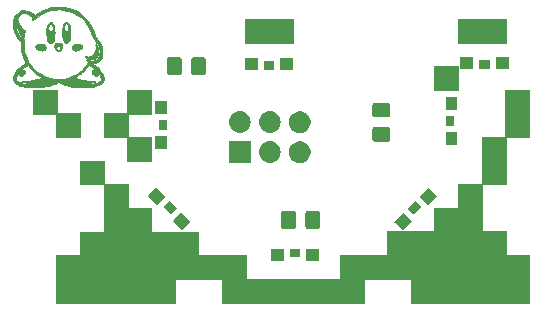
<source format=gbr>
G04 #@! TF.GenerationSoftware,KiCad,Pcbnew,5.1.2-f72e74a~84~ubuntu16.04.1*
G04 #@! TF.CreationDate,2019-07-01T21:57:51-07:00*
G04 #@! TF.ProjectId,Kirby_SAO,4b697262-795f-4534-914f-2e6b69636164,rev?*
G04 #@! TF.SameCoordinates,Original*
G04 #@! TF.FileFunction,Soldermask,Bot*
G04 #@! TF.FilePolarity,Negative*
%FSLAX46Y46*%
G04 Gerber Fmt 4.6, Leading zero omitted, Abs format (unit mm)*
G04 Created by KiCad (PCBNEW 5.1.2-f72e74a~84~ubuntu16.04.1) date 2019-07-01 21:57:51*
%MOMM*%
%LPD*%
G04 APERTURE LIST*
%ADD10C,0.010000*%
%ADD11C,0.100000*%
G04 APERTURE END LIST*
D10*
G36*
X77718156Y-96148336D02*
G01*
X77739125Y-96189625D01*
X77765392Y-96254887D01*
X77773540Y-96277426D01*
X77869294Y-96496021D01*
X77990314Y-96681075D01*
X78136339Y-96832238D01*
X78243886Y-96911733D01*
X78306499Y-96956661D01*
X78334599Y-96990373D01*
X78335113Y-97013145D01*
X78325137Y-97047187D01*
X78308920Y-97112367D01*
X78288947Y-97198400D01*
X78273195Y-97269500D01*
X78240244Y-97410693D01*
X78209939Y-97512090D01*
X78179695Y-97575903D01*
X78146929Y-97604345D01*
X78109054Y-97599628D01*
X78063488Y-97563965D01*
X78007644Y-97499569D01*
X78006348Y-97497932D01*
X77886635Y-97318340D01*
X77786620Y-97111577D01*
X77711207Y-96890132D01*
X77665298Y-96666497D01*
X77659161Y-96613334D01*
X77656480Y-96538493D01*
X77659619Y-96445967D01*
X77667382Y-96347761D01*
X77678571Y-96255881D01*
X77691991Y-96182333D01*
X77706429Y-96139147D01*
X77718156Y-96148336D01*
X77718156Y-96148336D01*
G37*
X77718156Y-96148336D02*
X77739125Y-96189625D01*
X77765392Y-96254887D01*
X77773540Y-96277426D01*
X77869294Y-96496021D01*
X77990314Y-96681075D01*
X78136339Y-96832238D01*
X78243886Y-96911733D01*
X78306499Y-96956661D01*
X78334599Y-96990373D01*
X78335113Y-97013145D01*
X78325137Y-97047187D01*
X78308920Y-97112367D01*
X78288947Y-97198400D01*
X78273195Y-97269500D01*
X78240244Y-97410693D01*
X78209939Y-97512090D01*
X78179695Y-97575903D01*
X78146929Y-97604345D01*
X78109054Y-97599628D01*
X78063488Y-97563965D01*
X78007644Y-97499569D01*
X78006348Y-97497932D01*
X77886635Y-97318340D01*
X77786620Y-97111577D01*
X77711207Y-96890132D01*
X77665298Y-96666497D01*
X77659161Y-96613334D01*
X77656480Y-96538493D01*
X77659619Y-96445967D01*
X77667382Y-96347761D01*
X77678571Y-96255881D01*
X77691991Y-96182333D01*
X77706429Y-96139147D01*
X77718156Y-96148336D01*
G36*
X81929082Y-96290396D02*
G01*
X82000522Y-96340052D01*
X82063343Y-96427335D01*
X82078212Y-96455367D01*
X82117029Y-96560922D01*
X82146508Y-96699095D01*
X82166685Y-96861223D01*
X82177598Y-97038640D01*
X82179282Y-97222683D01*
X82171773Y-97404688D01*
X82155108Y-97575990D01*
X82129323Y-97727925D01*
X82094453Y-97851830D01*
X82072161Y-97903446D01*
X82005561Y-98001570D01*
X81927329Y-98062395D01*
X81840928Y-98084336D01*
X81749823Y-98065812D01*
X81733485Y-98058207D01*
X81659023Y-98002329D01*
X81598918Y-97916102D01*
X81552635Y-97797551D01*
X81519641Y-97644702D01*
X81499400Y-97455580D01*
X81491378Y-97228209D01*
X81491224Y-97163667D01*
X81494966Y-96966212D01*
X81505449Y-96804119D01*
X81517431Y-96716961D01*
X81666324Y-96716961D01*
X81675800Y-96854785D01*
X81703825Y-96957489D01*
X81749793Y-97023952D01*
X81813097Y-97053051D01*
X81847978Y-97053569D01*
X81896962Y-97039015D01*
X81936580Y-96999843D01*
X81959836Y-96962584D01*
X81993579Y-96875700D01*
X82009067Y-96774875D01*
X82007778Y-96669424D01*
X81991190Y-96568666D01*
X81960780Y-96481919D01*
X81918025Y-96418500D01*
X81868843Y-96388714D01*
X81796447Y-96388543D01*
X81738720Y-96426412D01*
X81696978Y-96500189D01*
X81672537Y-96607741D01*
X81666324Y-96716961D01*
X81517431Y-96716961D01*
X81523779Y-96670792D01*
X81551066Y-96559636D01*
X81588417Y-96464054D01*
X81618227Y-96407820D01*
X81669405Y-96334194D01*
X81723669Y-96293176D01*
X81795076Y-96276483D01*
X81844231Y-96274667D01*
X81929082Y-96290396D01*
X81929082Y-96290396D01*
G37*
X81929082Y-96290396D02*
X82000522Y-96340052D01*
X82063343Y-96427335D01*
X82078212Y-96455367D01*
X82117029Y-96560922D01*
X82146508Y-96699095D01*
X82166685Y-96861223D01*
X82177598Y-97038640D01*
X82179282Y-97222683D01*
X82171773Y-97404688D01*
X82155108Y-97575990D01*
X82129323Y-97727925D01*
X82094453Y-97851830D01*
X82072161Y-97903446D01*
X82005561Y-98001570D01*
X81927329Y-98062395D01*
X81840928Y-98084336D01*
X81749823Y-98065812D01*
X81733485Y-98058207D01*
X81659023Y-98002329D01*
X81598918Y-97916102D01*
X81552635Y-97797551D01*
X81519641Y-97644702D01*
X81499400Y-97455580D01*
X81491378Y-97228209D01*
X81491224Y-97163667D01*
X81494966Y-96966212D01*
X81505449Y-96804119D01*
X81517431Y-96716961D01*
X81666324Y-96716961D01*
X81675800Y-96854785D01*
X81703825Y-96957489D01*
X81749793Y-97023952D01*
X81813097Y-97053051D01*
X81847978Y-97053569D01*
X81896962Y-97039015D01*
X81936580Y-96999843D01*
X81959836Y-96962584D01*
X81993579Y-96875700D01*
X82009067Y-96774875D01*
X82007778Y-96669424D01*
X81991190Y-96568666D01*
X81960780Y-96481919D01*
X81918025Y-96418500D01*
X81868843Y-96388714D01*
X81796447Y-96388543D01*
X81738720Y-96426412D01*
X81696978Y-96500189D01*
X81672537Y-96607741D01*
X81666324Y-96716961D01*
X81517431Y-96716961D01*
X81523779Y-96670792D01*
X81551066Y-96559636D01*
X81588417Y-96464054D01*
X81618227Y-96407820D01*
X81669405Y-96334194D01*
X81723669Y-96293176D01*
X81795076Y-96276483D01*
X81844231Y-96274667D01*
X81929082Y-96290396D01*
G36*
X80580532Y-96288455D02*
G01*
X80661926Y-96344440D01*
X80728466Y-96439245D01*
X80780500Y-96573310D01*
X80805694Y-96676660D01*
X80817776Y-96764208D01*
X80826405Y-96883396D01*
X80831580Y-97023673D01*
X80833302Y-97174485D01*
X80831570Y-97325281D01*
X80826384Y-97465508D01*
X80817744Y-97584615D01*
X80805694Y-97671840D01*
X80763621Y-97823230D01*
X80706264Y-97942624D01*
X80635712Y-98027745D01*
X80554052Y-98076313D01*
X80463373Y-98086049D01*
X80431416Y-98080249D01*
X80351258Y-98038533D01*
X80283565Y-97957784D01*
X80228834Y-97839579D01*
X80187563Y-97685490D01*
X80160248Y-97497093D01*
X80147388Y-97275963D01*
X80146405Y-97177680D01*
X80154327Y-96929726D01*
X80176800Y-96721442D01*
X80178900Y-96711881D01*
X80315597Y-96711881D01*
X80321567Y-96822195D01*
X80344689Y-96922142D01*
X80384739Y-97000595D01*
X80414985Y-97031375D01*
X80476893Y-97055689D01*
X80541919Y-97047810D01*
X80578210Y-97024433D01*
X80619862Y-96972531D01*
X80646438Y-96909578D01*
X80663032Y-96822031D01*
X80666827Y-96788934D01*
X80669081Y-96671848D01*
X80652732Y-96568584D01*
X80621185Y-96483772D01*
X80577846Y-96422044D01*
X80526121Y-96388029D01*
X80469415Y-96386359D01*
X80411136Y-96421664D01*
X80402850Y-96430027D01*
X80356015Y-96504669D01*
X80327005Y-96602329D01*
X80315597Y-96711881D01*
X80178900Y-96711881D01*
X80213858Y-96552731D01*
X80265538Y-96423497D01*
X80331877Y-96333642D01*
X80412910Y-96283069D01*
X80483934Y-96270850D01*
X80580532Y-96288455D01*
X80580532Y-96288455D01*
G37*
X80580532Y-96288455D02*
X80661926Y-96344440D01*
X80728466Y-96439245D01*
X80780500Y-96573310D01*
X80805694Y-96676660D01*
X80817776Y-96764208D01*
X80826405Y-96883396D01*
X80831580Y-97023673D01*
X80833302Y-97174485D01*
X80831570Y-97325281D01*
X80826384Y-97465508D01*
X80817744Y-97584615D01*
X80805694Y-97671840D01*
X80763621Y-97823230D01*
X80706264Y-97942624D01*
X80635712Y-98027745D01*
X80554052Y-98076313D01*
X80463373Y-98086049D01*
X80431416Y-98080249D01*
X80351258Y-98038533D01*
X80283565Y-97957784D01*
X80228834Y-97839579D01*
X80187563Y-97685490D01*
X80160248Y-97497093D01*
X80147388Y-97275963D01*
X80146405Y-97177680D01*
X80154327Y-96929726D01*
X80176800Y-96721442D01*
X80178900Y-96711881D01*
X80315597Y-96711881D01*
X80321567Y-96822195D01*
X80344689Y-96922142D01*
X80384739Y-97000595D01*
X80414985Y-97031375D01*
X80476893Y-97055689D01*
X80541919Y-97047810D01*
X80578210Y-97024433D01*
X80619862Y-96972531D01*
X80646438Y-96909578D01*
X80663032Y-96822031D01*
X80666827Y-96788934D01*
X80669081Y-96671848D01*
X80652732Y-96568584D01*
X80621185Y-96483772D01*
X80577846Y-96422044D01*
X80526121Y-96388029D01*
X80469415Y-96386359D01*
X80411136Y-96421664D01*
X80402850Y-96430027D01*
X80356015Y-96504669D01*
X80327005Y-96602329D01*
X80315597Y-96711881D01*
X80178900Y-96711881D01*
X80213858Y-96552731D01*
X80265538Y-96423497D01*
X80331877Y-96333642D01*
X80412910Y-96283069D01*
X80483934Y-96270850D01*
X80580532Y-96288455D01*
G36*
X82862889Y-98107104D02*
G01*
X82972185Y-98130578D01*
X83064772Y-98176501D01*
X83133036Y-98245842D01*
X83148547Y-98273234D01*
X83165379Y-98353201D01*
X83145538Y-98436232D01*
X83093637Y-98516044D01*
X83014292Y-98586355D01*
X82912117Y-98640881D01*
X82867033Y-98656525D01*
X82744418Y-98680846D01*
X82615616Y-98685863D01*
X82496494Y-98671892D01*
X82419477Y-98647554D01*
X82338610Y-98592364D01*
X82288351Y-98518538D01*
X82273156Y-98434670D01*
X82282613Y-98383436D01*
X82332268Y-98292562D01*
X82410898Y-98218324D01*
X82510889Y-98161690D01*
X82624628Y-98123629D01*
X82744499Y-98105111D01*
X82862889Y-98107104D01*
X82862889Y-98107104D01*
G37*
X82862889Y-98107104D02*
X82972185Y-98130578D01*
X83064772Y-98176501D01*
X83133036Y-98245842D01*
X83148547Y-98273234D01*
X83165379Y-98353201D01*
X83145538Y-98436232D01*
X83093637Y-98516044D01*
X83014292Y-98586355D01*
X82912117Y-98640881D01*
X82867033Y-98656525D01*
X82744418Y-98680846D01*
X82615616Y-98685863D01*
X82496494Y-98671892D01*
X82419477Y-98647554D01*
X82338610Y-98592364D01*
X82288351Y-98518538D01*
X82273156Y-98434670D01*
X82282613Y-98383436D01*
X82332268Y-98292562D01*
X82410898Y-98218324D01*
X82510889Y-98161690D01*
X82624628Y-98123629D01*
X82744499Y-98105111D01*
X82862889Y-98107104D01*
G36*
X79707790Y-98116581D02*
G01*
X79834666Y-98151695D01*
X79886789Y-98173544D01*
X79988190Y-98236724D01*
X80057601Y-98312991D01*
X80094328Y-98396057D01*
X80097678Y-98479638D01*
X80066958Y-98557447D01*
X80001475Y-98623198D01*
X79940042Y-98656450D01*
X79862829Y-98676066D01*
X79761628Y-98685103D01*
X79653461Y-98683482D01*
X79555352Y-98671124D01*
X79508174Y-98658445D01*
X79376638Y-98597990D01*
X79284558Y-98524198D01*
X79230838Y-98435868D01*
X79214333Y-98337377D01*
X79233277Y-98256866D01*
X79285918Y-98191799D01*
X79365974Y-98143706D01*
X79467161Y-98114118D01*
X79583194Y-98104566D01*
X79707790Y-98116581D01*
X79707790Y-98116581D01*
G37*
X79707790Y-98116581D02*
X79834666Y-98151695D01*
X79886789Y-98173544D01*
X79988190Y-98236724D01*
X80057601Y-98312991D01*
X80094328Y-98396057D01*
X80097678Y-98479638D01*
X80066958Y-98557447D01*
X80001475Y-98623198D01*
X79940042Y-98656450D01*
X79862829Y-98676066D01*
X79761628Y-98685103D01*
X79653461Y-98683482D01*
X79555352Y-98671124D01*
X79508174Y-98658445D01*
X79376638Y-98597990D01*
X79284558Y-98524198D01*
X79230838Y-98435868D01*
X79214333Y-98337377D01*
X79233277Y-98256866D01*
X79285918Y-98191799D01*
X79365974Y-98143706D01*
X79467161Y-98114118D01*
X79583194Y-98104566D01*
X79707790Y-98116581D01*
G36*
X81293571Y-98020766D02*
G01*
X81391791Y-98053274D01*
X81456989Y-98109670D01*
X81491238Y-98191768D01*
X81496610Y-98301381D01*
X81496401Y-98304372D01*
X81472161Y-98438452D01*
X81422894Y-98553539D01*
X81353014Y-98644114D01*
X81266940Y-98704657D01*
X81169088Y-98729650D01*
X81155751Y-98730000D01*
X81101085Y-98724873D01*
X81055015Y-98704364D01*
X81002655Y-98660785D01*
X80981307Y-98639878D01*
X80906724Y-98544052D01*
X80861385Y-98447680D01*
X80980359Y-98447680D01*
X81000834Y-98493140D01*
X81051506Y-98563230D01*
X81114133Y-98609925D01*
X81168493Y-98624167D01*
X81206396Y-98609925D01*
X81256670Y-98573876D01*
X81280200Y-98552200D01*
X81335152Y-98484914D01*
X81350648Y-98430750D01*
X81326608Y-98387286D01*
X81273798Y-98356429D01*
X81182132Y-98334851D01*
X81092488Y-98342403D01*
X81019305Y-98377378D01*
X81007512Y-98387914D01*
X80981968Y-98418609D01*
X80980359Y-98447680D01*
X80861385Y-98447680D01*
X80854844Y-98433777D01*
X80828400Y-98319788D01*
X80830126Y-98212818D01*
X80853817Y-98139137D01*
X80911068Y-98073631D01*
X81001759Y-98030549D01*
X81122590Y-98011276D01*
X81160253Y-98010334D01*
X81293571Y-98020766D01*
X81293571Y-98020766D01*
G37*
X81293571Y-98020766D02*
X81391791Y-98053274D01*
X81456989Y-98109670D01*
X81491238Y-98191768D01*
X81496610Y-98301381D01*
X81496401Y-98304372D01*
X81472161Y-98438452D01*
X81422894Y-98553539D01*
X81353014Y-98644114D01*
X81266940Y-98704657D01*
X81169088Y-98729650D01*
X81155751Y-98730000D01*
X81101085Y-98724873D01*
X81055015Y-98704364D01*
X81002655Y-98660785D01*
X80981307Y-98639878D01*
X80906724Y-98544052D01*
X80861385Y-98447680D01*
X80980359Y-98447680D01*
X81000834Y-98493140D01*
X81051506Y-98563230D01*
X81114133Y-98609925D01*
X81168493Y-98624167D01*
X81206396Y-98609925D01*
X81256670Y-98573876D01*
X81280200Y-98552200D01*
X81335152Y-98484914D01*
X81350648Y-98430750D01*
X81326608Y-98387286D01*
X81273798Y-98356429D01*
X81182132Y-98334851D01*
X81092488Y-98342403D01*
X81019305Y-98377378D01*
X81007512Y-98387914D01*
X80981968Y-98418609D01*
X80980359Y-98447680D01*
X80861385Y-98447680D01*
X80854844Y-98433777D01*
X80828400Y-98319788D01*
X80830126Y-98212818D01*
X80853817Y-98139137D01*
X80911068Y-98073631D01*
X81001759Y-98030549D01*
X81122590Y-98011276D01*
X81160253Y-98010334D01*
X81293571Y-98020766D01*
G36*
X84331606Y-98074764D02*
G01*
X84359925Y-98120088D01*
X84399391Y-98205241D01*
X84421330Y-98257016D01*
X84497798Y-98479943D01*
X84536060Y-98688924D01*
X84536067Y-98882852D01*
X84497766Y-99060618D01*
X84461902Y-99147937D01*
X84399871Y-99254405D01*
X84327916Y-99331982D01*
X84239071Y-99384297D01*
X84126372Y-99414977D01*
X83982853Y-99427648D01*
X83923175Y-99428500D01*
X83824223Y-99426975D01*
X83753545Y-99420628D01*
X83697136Y-99406803D01*
X83640994Y-99382842D01*
X83616368Y-99370292D01*
X83534674Y-99320374D01*
X83475810Y-99270581D01*
X83441613Y-99225727D01*
X83433918Y-99190626D01*
X83454561Y-99170092D01*
X83505379Y-99168939D01*
X83542708Y-99177144D01*
X83688442Y-99196951D01*
X83829395Y-99177387D01*
X83961004Y-99121414D01*
X84078711Y-99031994D01*
X84177955Y-98912089D01*
X84254175Y-98764661D01*
X84276644Y-98700449D01*
X84296156Y-98631248D01*
X84308049Y-98569279D01*
X84313257Y-98502283D01*
X84312714Y-98418000D01*
X84307355Y-98304171D01*
X84307139Y-98300336D01*
X84302201Y-98182052D01*
X84303878Y-98105316D01*
X84313302Y-98069696D01*
X84331606Y-98074764D01*
X84331606Y-98074764D01*
G37*
X84331606Y-98074764D02*
X84359925Y-98120088D01*
X84399391Y-98205241D01*
X84421330Y-98257016D01*
X84497798Y-98479943D01*
X84536060Y-98688924D01*
X84536067Y-98882852D01*
X84497766Y-99060618D01*
X84461902Y-99147937D01*
X84399871Y-99254405D01*
X84327916Y-99331982D01*
X84239071Y-99384297D01*
X84126372Y-99414977D01*
X83982853Y-99427648D01*
X83923175Y-99428500D01*
X83824223Y-99426975D01*
X83753545Y-99420628D01*
X83697136Y-99406803D01*
X83640994Y-99382842D01*
X83616368Y-99370292D01*
X83534674Y-99320374D01*
X83475810Y-99270581D01*
X83441613Y-99225727D01*
X83433918Y-99190626D01*
X83454561Y-99170092D01*
X83505379Y-99168939D01*
X83542708Y-99177144D01*
X83688442Y-99196951D01*
X83829395Y-99177387D01*
X83961004Y-99121414D01*
X84078711Y-99031994D01*
X84177955Y-98912089D01*
X84254175Y-98764661D01*
X84276644Y-98700449D01*
X84296156Y-98631248D01*
X84308049Y-98569279D01*
X84313257Y-98502283D01*
X84312714Y-98418000D01*
X84307355Y-98304171D01*
X84307139Y-98300336D01*
X84302201Y-98182052D01*
X84303878Y-98105316D01*
X84313302Y-98069696D01*
X84331606Y-98074764D01*
G36*
X84251392Y-100348531D02*
G01*
X84317757Y-100371584D01*
X84384361Y-100422357D01*
X84439686Y-100494451D01*
X84479974Y-100577662D01*
X84501464Y-100661787D01*
X84500398Y-100736621D01*
X84473015Y-100791960D01*
X84472738Y-100792238D01*
X84420442Y-100818641D01*
X84345308Y-100826474D01*
X84262177Y-100816463D01*
X84185891Y-100789332D01*
X84165494Y-100777249D01*
X84095595Y-100714097D01*
X84042478Y-100635262D01*
X84009254Y-100550493D01*
X83999035Y-100469540D01*
X84014931Y-100402154D01*
X84036708Y-100373697D01*
X84091315Y-100347945D01*
X84168308Y-100339515D01*
X84251392Y-100348531D01*
X84251392Y-100348531D01*
G37*
X84251392Y-100348531D02*
X84317757Y-100371584D01*
X84384361Y-100422357D01*
X84439686Y-100494451D01*
X84479974Y-100577662D01*
X84501464Y-100661787D01*
X84500398Y-100736621D01*
X84473015Y-100791960D01*
X84472738Y-100792238D01*
X84420442Y-100818641D01*
X84345308Y-100826474D01*
X84262177Y-100816463D01*
X84185891Y-100789332D01*
X84165494Y-100777249D01*
X84095595Y-100714097D01*
X84042478Y-100635262D01*
X84009254Y-100550493D01*
X83999035Y-100469540D01*
X84014931Y-100402154D01*
X84036708Y-100373697D01*
X84091315Y-100347945D01*
X84168308Y-100339515D01*
X84251392Y-100348531D01*
G36*
X78249856Y-100345185D02*
G01*
X78272306Y-100352137D01*
X78315671Y-100388295D01*
X78332458Y-100447358D01*
X78325029Y-100521330D01*
X78295744Y-100602217D01*
X78246965Y-100682024D01*
X78181053Y-100752758D01*
X78146015Y-100779784D01*
X78068178Y-100815089D01*
X77983195Y-100825865D01*
X77905845Y-100811939D01*
X77859666Y-100783167D01*
X77826207Y-100722050D01*
X77822706Y-100643987D01*
X77846135Y-100558562D01*
X77893467Y-100475363D01*
X77961673Y-100403976D01*
X77984827Y-100386918D01*
X78064510Y-100352394D01*
X78160028Y-100337615D01*
X78249856Y-100345185D01*
X78249856Y-100345185D01*
G37*
X78249856Y-100345185D02*
X78272306Y-100352137D01*
X78315671Y-100388295D01*
X78332458Y-100447358D01*
X78325029Y-100521330D01*
X78295744Y-100602217D01*
X78246965Y-100682024D01*
X78181053Y-100752758D01*
X78146015Y-100779784D01*
X78068178Y-100815089D01*
X77983195Y-100825865D01*
X77905845Y-100811939D01*
X77859666Y-100783167D01*
X77826207Y-100722050D01*
X77822706Y-100643987D01*
X77846135Y-100558562D01*
X77893467Y-100475363D01*
X77961673Y-100403976D01*
X77984827Y-100386918D01*
X78064510Y-100352394D01*
X78160028Y-100337615D01*
X78249856Y-100345185D01*
G36*
X119028833Y-98010334D02*
G01*
X115007166Y-98010334D01*
X115007166Y-95999500D01*
X119028833Y-95999500D01*
X119028833Y-98010334D01*
X119028833Y-98010334D01*
G37*
X119028833Y-98010334D02*
X115007166Y-98010334D01*
X115007166Y-95999500D01*
X119028833Y-95999500D01*
X119028833Y-98010334D01*
G36*
X101016000Y-98010334D02*
G01*
X96994333Y-98010334D01*
X96994333Y-95999500D01*
X101016000Y-95999500D01*
X101016000Y-98010334D01*
X101016000Y-98010334D01*
G37*
X101016000Y-98010334D02*
X96994333Y-98010334D01*
X96994333Y-95999500D01*
X101016000Y-95999500D01*
X101016000Y-98010334D01*
G36*
X81161666Y-94994310D02*
G01*
X81352651Y-94995535D01*
X81510573Y-94999948D01*
X81644666Y-95008948D01*
X81764163Y-95023933D01*
X81878298Y-95046299D01*
X81996303Y-95077444D01*
X82127412Y-95118768D01*
X82241166Y-95157724D01*
X82565502Y-95293160D01*
X82871620Y-95464883D01*
X83156631Y-95669747D01*
X83417647Y-95904605D01*
X83651780Y-96166312D01*
X83856142Y-96451722D01*
X84027845Y-96757690D01*
X84164000Y-97081070D01*
X84242060Y-97337067D01*
X84278262Y-97442705D01*
X84330426Y-97525712D01*
X84356459Y-97555250D01*
X84530322Y-97765304D01*
X84674151Y-97994566D01*
X84783069Y-98234643D01*
X84823799Y-98359238D01*
X84868569Y-98578317D01*
X84880853Y-98797848D01*
X84861698Y-99011102D01*
X84812149Y-99211349D01*
X84733250Y-99391860D01*
X84642455Y-99526509D01*
X84546102Y-99615949D01*
X84421887Y-99689708D01*
X84283277Y-99741261D01*
X84153036Y-99763574D01*
X84018192Y-99772161D01*
X84192937Y-99891372D01*
X84385913Y-100038480D01*
X84561913Y-100203066D01*
X84714883Y-100378208D01*
X84838769Y-100556985D01*
X84926544Y-100730073D01*
X84966814Y-100860513D01*
X84987824Y-100998519D01*
X84988632Y-101130330D01*
X84968291Y-101242186D01*
X84962767Y-101257953D01*
X84909424Y-101350956D01*
X84824408Y-101444074D01*
X84717310Y-101527978D01*
X84636785Y-101574998D01*
X84475545Y-101641003D01*
X84279082Y-101695213D01*
X84052866Y-101737498D01*
X83802369Y-101767728D01*
X83533061Y-101785772D01*
X83250415Y-101791499D01*
X82959902Y-101784779D01*
X82666992Y-101765481D01*
X82377157Y-101733473D01*
X82095868Y-101688627D01*
X81870750Y-101641070D01*
X81707469Y-101597972D01*
X81575449Y-101552532D01*
X81463674Y-101500207D01*
X81371751Y-101443058D01*
X82499421Y-101443058D01*
X82508320Y-101461147D01*
X82517089Y-101470151D01*
X82556611Y-101488144D01*
X82632331Y-101503473D01*
X82738194Y-101516048D01*
X82868144Y-101525773D01*
X83016123Y-101532556D01*
X83176076Y-101536305D01*
X83341946Y-101536927D01*
X83507677Y-101534327D01*
X83667213Y-101528414D01*
X83814497Y-101519094D01*
X83943472Y-101506275D01*
X84029750Y-101493374D01*
X84241952Y-101447686D01*
X84414328Y-101394795D01*
X84548901Y-101333880D01*
X84647696Y-101264121D01*
X84681366Y-101229214D01*
X84729099Y-101155881D01*
X84750582Y-101076155D01*
X84745310Y-100984074D01*
X84712777Y-100873674D01*
X84652478Y-100738992D01*
X84637283Y-100709084D01*
X84570289Y-100602770D01*
X84475156Y-100483645D01*
X84360348Y-100360165D01*
X84234330Y-100240788D01*
X84105565Y-100133970D01*
X83982518Y-100048169D01*
X83965559Y-100037918D01*
X83887645Y-99992666D01*
X83821107Y-99955466D01*
X83776034Y-99931896D01*
X83765166Y-99927125D01*
X83731522Y-99937073D01*
X83686237Y-99983703D01*
X83671280Y-100003887D01*
X83608562Y-100083463D01*
X83521488Y-100181522D01*
X83418421Y-100289690D01*
X83307726Y-100399591D01*
X83197768Y-100502851D01*
X83096911Y-100591093D01*
X83037542Y-100638437D01*
X82939873Y-100708743D01*
X82829948Y-100782831D01*
X82727528Y-100847497D01*
X82701909Y-100862685D01*
X82630976Y-100906489D01*
X82579001Y-100943631D01*
X82553210Y-100968674D01*
X82552504Y-100975070D01*
X82587088Y-100994287D01*
X82654442Y-101020999D01*
X82746233Y-101052578D01*
X82854126Y-101086392D01*
X82969787Y-101119810D01*
X83084881Y-101150204D01*
X83174164Y-101171282D01*
X83387302Y-101213882D01*
X83597383Y-101246312D01*
X83819613Y-101270573D01*
X84061500Y-101288219D01*
X84170482Y-101294827D01*
X84241603Y-101300096D01*
X84279261Y-101305155D01*
X84287857Y-101311135D01*
X84271789Y-101319168D01*
X84235458Y-101330383D01*
X84230833Y-101331737D01*
X84164369Y-101350652D01*
X84101398Y-101366911D01*
X84038130Y-101380752D01*
X83970777Y-101392415D01*
X83895549Y-101402136D01*
X83808657Y-101410156D01*
X83706311Y-101416712D01*
X83584723Y-101422043D01*
X83440104Y-101426387D01*
X83268664Y-101429983D01*
X83066615Y-101433069D01*
X82830166Y-101435884D01*
X82555530Y-101438667D01*
X82527672Y-101438935D01*
X82499421Y-101443058D01*
X81371751Y-101443058D01*
X81361130Y-101436455D01*
X81342618Y-101423282D01*
X81243597Y-101365014D01*
X81156795Y-101344911D01*
X81076791Y-101362653D01*
X81013963Y-101403945D01*
X80895572Y-101484695D01*
X80742976Y-101555908D01*
X80554587Y-101618047D01*
X80328819Y-101671578D01*
X80064085Y-101716965D01*
X79849333Y-101744761D01*
X79694776Y-101759448D01*
X79516174Y-101771390D01*
X79323742Y-101780331D01*
X79127694Y-101786018D01*
X78938247Y-101788194D01*
X78765615Y-101786606D01*
X78620014Y-101780998D01*
X78563207Y-101776847D01*
X78337255Y-101749850D01*
X78124604Y-101711013D01*
X77931273Y-101662055D01*
X77763278Y-101604694D01*
X77626636Y-101540648D01*
X77544002Y-101485802D01*
X77437544Y-101375351D01*
X77368601Y-101247024D01*
X77337278Y-101102757D01*
X77338922Y-101062078D01*
X77569883Y-101062078D01*
X77589421Y-101140770D01*
X77602698Y-101172970D01*
X77628832Y-101224947D01*
X77659371Y-101262756D01*
X77704982Y-101295645D01*
X77776336Y-101332862D01*
X77800535Y-101344442D01*
X78004182Y-101423513D01*
X78240134Y-101482579D01*
X78509484Y-101521759D01*
X78813326Y-101541172D01*
X79152752Y-101540935D01*
X79471117Y-101525301D01*
X79603502Y-101513600D01*
X79708308Y-101498892D01*
X79781793Y-101482024D01*
X79820217Y-101463840D01*
X79820960Y-101446238D01*
X79797887Y-101443432D01*
X79737699Y-101440641D01*
X79645613Y-101437982D01*
X79526848Y-101435572D01*
X79386620Y-101433526D01*
X79230147Y-101431961D01*
X79157689Y-101431456D01*
X78969084Y-101430076D01*
X78816673Y-101428222D01*
X78694314Y-101425526D01*
X78595868Y-101421621D01*
X78515194Y-101416141D01*
X78446152Y-101408718D01*
X78382602Y-101398986D01*
X78318404Y-101386578D01*
X78284209Y-101379270D01*
X78190174Y-101357836D01*
X78109970Y-101337864D01*
X78053686Y-101321965D01*
X78033403Y-101314377D01*
X78041910Y-101307261D01*
X78086190Y-101299389D01*
X78159712Y-101291574D01*
X78255944Y-101284627D01*
X78286193Y-101282941D01*
X78664995Y-101252090D01*
X79014116Y-101200091D01*
X79341288Y-101125605D01*
X79542416Y-101065619D01*
X79650466Y-101030155D01*
X79720464Y-101003831D01*
X79754250Y-100981622D01*
X79753666Y-100958506D01*
X79720553Y-100929457D01*
X79656752Y-100889452D01*
X79615945Y-100864990D01*
X79303141Y-100653486D01*
X79016043Y-100411362D01*
X78759521Y-100142843D01*
X78698085Y-100068792D01*
X78643678Y-100002077D01*
X78599877Y-99950017D01*
X78572887Y-99919903D01*
X78567499Y-99915334D01*
X78541329Y-99926316D01*
X78489260Y-99955478D01*
X78420364Y-99997138D01*
X78343711Y-100045617D01*
X78268372Y-100095234D01*
X78203418Y-100140310D01*
X78177166Y-100159756D01*
X78090891Y-100231584D01*
X77993299Y-100321738D01*
X77896790Y-100418022D01*
X77813762Y-100508245D01*
X77774526Y-100555746D01*
X77720995Y-100635741D01*
X77667261Y-100733937D01*
X77620017Y-100836196D01*
X77585959Y-100928380D01*
X77573368Y-100980531D01*
X77569883Y-101062078D01*
X77338922Y-101062078D01*
X77343678Y-100944483D01*
X77387905Y-100774139D01*
X77470063Y-100593660D01*
X77493862Y-100551724D01*
X77580506Y-100425504D01*
X77695731Y-100288845D01*
X77830535Y-100150795D01*
X77975915Y-100020399D01*
X78122869Y-99906702D01*
X78163619Y-99878728D01*
X78246530Y-99823673D01*
X78315494Y-99778089D01*
X78363522Y-99746580D01*
X78383629Y-99733748D01*
X78383764Y-99733683D01*
X78377623Y-99714952D01*
X78356700Y-99666082D01*
X78324527Y-99595104D01*
X78295210Y-99532347D01*
X78175683Y-99249435D01*
X78087694Y-98969547D01*
X78028308Y-98680690D01*
X77994593Y-98370865D01*
X77989512Y-98282079D01*
X77974792Y-97971741D01*
X77879409Y-97869329D01*
X77691553Y-97637682D01*
X77539235Y-97385260D01*
X77424737Y-97115953D01*
X77408928Y-97067916D01*
X77345727Y-96814688D01*
X77316000Y-96566316D01*
X77317793Y-96428042D01*
X77551339Y-96428042D01*
X77561656Y-96663943D01*
X77607850Y-96902205D01*
X77688896Y-97138087D01*
X77803771Y-97366851D01*
X77951448Y-97583756D01*
X78002194Y-97646042D01*
X78052940Y-97703914D01*
X78084926Y-97733101D01*
X78105529Y-97738217D01*
X78122124Y-97723879D01*
X78123537Y-97721978D01*
X78160956Y-97697201D01*
X78184689Y-97699313D01*
X78197978Y-97709176D01*
X78207451Y-97731070D01*
X78213729Y-97771186D01*
X78217436Y-97835717D01*
X78219194Y-97930853D01*
X78219624Y-98046711D01*
X78226845Y-98318805D01*
X78249279Y-98562008D01*
X78288412Y-98787474D01*
X78345728Y-99006356D01*
X78348611Y-99015750D01*
X78469463Y-99337902D01*
X78626026Y-99641452D01*
X78815360Y-99923732D01*
X79034528Y-100182078D01*
X79280590Y-100413823D01*
X79550609Y-100616303D01*
X79841646Y-100786850D01*
X80150763Y-100922799D01*
X80475022Y-101021485D01*
X80586039Y-101045654D01*
X80684831Y-101064839D01*
X80760622Y-101078301D01*
X80825158Y-101087142D01*
X80890186Y-101092464D01*
X80967453Y-101095372D01*
X81068706Y-101096966D01*
X81140500Y-101097699D01*
X81282020Y-101096099D01*
X81424658Y-101089296D01*
X81551958Y-101078263D01*
X81617381Y-101069496D01*
X81873276Y-101017280D01*
X82113800Y-100944305D01*
X82355679Y-100845113D01*
X82463416Y-100793467D01*
X82582813Y-100730492D01*
X82707565Y-100658747D01*
X82823311Y-100586830D01*
X82915686Y-100523341D01*
X82919899Y-100520192D01*
X83059320Y-100405985D01*
X83205488Y-100269864D01*
X83348106Y-100122542D01*
X83476875Y-99974732D01*
X83581496Y-99837150D01*
X83593672Y-99819252D01*
X83703971Y-99654340D01*
X83629591Y-99611832D01*
X83565888Y-99565467D01*
X83539538Y-99521948D01*
X83552509Y-99484524D01*
X83552512Y-99484521D01*
X83585424Y-99476657D01*
X83654209Y-99484365D01*
X83738414Y-99502368D01*
X83926665Y-99535874D01*
X84089348Y-99539182D01*
X84230715Y-99512140D01*
X84305167Y-99482221D01*
X84425105Y-99401288D01*
X84519225Y-99291670D01*
X84587803Y-99158017D01*
X84631116Y-99004979D01*
X84649441Y-98837206D01*
X84643053Y-98659348D01*
X84612229Y-98476054D01*
X84557246Y-98291974D01*
X84478380Y-98111758D01*
X84375907Y-97940056D01*
X84250104Y-97781517D01*
X84201013Y-97730395D01*
X84134689Y-97662628D01*
X84090953Y-97608928D01*
X84061263Y-97554672D01*
X84037080Y-97485235D01*
X84018211Y-97417360D01*
X83908746Y-97087393D01*
X83763010Y-96775245D01*
X83583704Y-96483624D01*
X83373531Y-96215243D01*
X83135193Y-95972811D01*
X82871393Y-95759038D01*
X82584832Y-95576637D01*
X82278213Y-95428317D01*
X81954238Y-95316789D01*
X81913083Y-95305682D01*
X81573148Y-95238122D01*
X81227785Y-95211019D01*
X80882087Y-95224216D01*
X80541147Y-95277557D01*
X80252763Y-95356367D01*
X80054239Y-95429472D01*
X79865430Y-95515425D01*
X79678775Y-95618666D01*
X79486710Y-95743633D01*
X79281675Y-95894767D01*
X79130216Y-96015375D01*
X79052539Y-96070495D01*
X78988018Y-96100293D01*
X78941884Y-96103528D01*
X78919367Y-96078953D01*
X78918000Y-96065855D01*
X78930602Y-96021795D01*
X78960333Y-95972558D01*
X78989649Y-95931243D01*
X79002631Y-95904944D01*
X79002666Y-95904304D01*
X78985360Y-95877261D01*
X78938583Y-95835190D01*
X78870044Y-95783302D01*
X78787455Y-95726808D01*
X78698526Y-95670920D01*
X78610967Y-95620847D01*
X78532489Y-95581802D01*
X78513377Y-95573630D01*
X78379158Y-95535726D01*
X78237086Y-95524421D01*
X78101516Y-95539729D01*
X78003255Y-95573119D01*
X77898431Y-95641908D01*
X77796550Y-95740562D01*
X77708021Y-95857277D01*
X77643253Y-95980250D01*
X77642437Y-95982278D01*
X77577924Y-96199240D01*
X77551339Y-96428042D01*
X77317793Y-96428042D01*
X77319103Y-96327078D01*
X77354389Y-96101251D01*
X77421214Y-95893115D01*
X77518933Y-95706946D01*
X77636704Y-95557553D01*
X77784005Y-95428980D01*
X77942101Y-95341250D01*
X78111955Y-95294032D01*
X78294526Y-95286994D01*
X78388666Y-95298071D01*
X78514402Y-95325994D01*
X78638431Y-95369569D01*
X78768042Y-95432425D01*
X78910521Y-95518189D01*
X79073155Y-95630490D01*
X79109489Y-95657004D01*
X79132233Y-95667942D01*
X79160025Y-95664509D01*
X79201340Y-95643169D01*
X79264651Y-95600384D01*
X79292022Y-95580808D01*
X79567236Y-95401447D01*
X79851716Y-95254861D01*
X80155718Y-95136268D01*
X80404317Y-95062394D01*
X80487780Y-95040733D01*
X80557130Y-95024219D01*
X80620098Y-95012156D01*
X80684414Y-95003850D01*
X80757808Y-94998605D01*
X80848009Y-94995727D01*
X80962749Y-94994521D01*
X81109758Y-94994292D01*
X81161666Y-94994310D01*
X81161666Y-94994310D01*
G37*
X81161666Y-94994310D02*
X81352651Y-94995535D01*
X81510573Y-94999948D01*
X81644666Y-95008948D01*
X81764163Y-95023933D01*
X81878298Y-95046299D01*
X81996303Y-95077444D01*
X82127412Y-95118768D01*
X82241166Y-95157724D01*
X82565502Y-95293160D01*
X82871620Y-95464883D01*
X83156631Y-95669747D01*
X83417647Y-95904605D01*
X83651780Y-96166312D01*
X83856142Y-96451722D01*
X84027845Y-96757690D01*
X84164000Y-97081070D01*
X84242060Y-97337067D01*
X84278262Y-97442705D01*
X84330426Y-97525712D01*
X84356459Y-97555250D01*
X84530322Y-97765304D01*
X84674151Y-97994566D01*
X84783069Y-98234643D01*
X84823799Y-98359238D01*
X84868569Y-98578317D01*
X84880853Y-98797848D01*
X84861698Y-99011102D01*
X84812149Y-99211349D01*
X84733250Y-99391860D01*
X84642455Y-99526509D01*
X84546102Y-99615949D01*
X84421887Y-99689708D01*
X84283277Y-99741261D01*
X84153036Y-99763574D01*
X84018192Y-99772161D01*
X84192937Y-99891372D01*
X84385913Y-100038480D01*
X84561913Y-100203066D01*
X84714883Y-100378208D01*
X84838769Y-100556985D01*
X84926544Y-100730073D01*
X84966814Y-100860513D01*
X84987824Y-100998519D01*
X84988632Y-101130330D01*
X84968291Y-101242186D01*
X84962767Y-101257953D01*
X84909424Y-101350956D01*
X84824408Y-101444074D01*
X84717310Y-101527978D01*
X84636785Y-101574998D01*
X84475545Y-101641003D01*
X84279082Y-101695213D01*
X84052866Y-101737498D01*
X83802369Y-101767728D01*
X83533061Y-101785772D01*
X83250415Y-101791499D01*
X82959902Y-101784779D01*
X82666992Y-101765481D01*
X82377157Y-101733473D01*
X82095868Y-101688627D01*
X81870750Y-101641070D01*
X81707469Y-101597972D01*
X81575449Y-101552532D01*
X81463674Y-101500207D01*
X81371751Y-101443058D01*
X82499421Y-101443058D01*
X82508320Y-101461147D01*
X82517089Y-101470151D01*
X82556611Y-101488144D01*
X82632331Y-101503473D01*
X82738194Y-101516048D01*
X82868144Y-101525773D01*
X83016123Y-101532556D01*
X83176076Y-101536305D01*
X83341946Y-101536927D01*
X83507677Y-101534327D01*
X83667213Y-101528414D01*
X83814497Y-101519094D01*
X83943472Y-101506275D01*
X84029750Y-101493374D01*
X84241952Y-101447686D01*
X84414328Y-101394795D01*
X84548901Y-101333880D01*
X84647696Y-101264121D01*
X84681366Y-101229214D01*
X84729099Y-101155881D01*
X84750582Y-101076155D01*
X84745310Y-100984074D01*
X84712777Y-100873674D01*
X84652478Y-100738992D01*
X84637283Y-100709084D01*
X84570289Y-100602770D01*
X84475156Y-100483645D01*
X84360348Y-100360165D01*
X84234330Y-100240788D01*
X84105565Y-100133970D01*
X83982518Y-100048169D01*
X83965559Y-100037918D01*
X83887645Y-99992666D01*
X83821107Y-99955466D01*
X83776034Y-99931896D01*
X83765166Y-99927125D01*
X83731522Y-99937073D01*
X83686237Y-99983703D01*
X83671280Y-100003887D01*
X83608562Y-100083463D01*
X83521488Y-100181522D01*
X83418421Y-100289690D01*
X83307726Y-100399591D01*
X83197768Y-100502851D01*
X83096911Y-100591093D01*
X83037542Y-100638437D01*
X82939873Y-100708743D01*
X82829948Y-100782831D01*
X82727528Y-100847497D01*
X82701909Y-100862685D01*
X82630976Y-100906489D01*
X82579001Y-100943631D01*
X82553210Y-100968674D01*
X82552504Y-100975070D01*
X82587088Y-100994287D01*
X82654442Y-101020999D01*
X82746233Y-101052578D01*
X82854126Y-101086392D01*
X82969787Y-101119810D01*
X83084881Y-101150204D01*
X83174164Y-101171282D01*
X83387302Y-101213882D01*
X83597383Y-101246312D01*
X83819613Y-101270573D01*
X84061500Y-101288219D01*
X84170482Y-101294827D01*
X84241603Y-101300096D01*
X84279261Y-101305155D01*
X84287857Y-101311135D01*
X84271789Y-101319168D01*
X84235458Y-101330383D01*
X84230833Y-101331737D01*
X84164369Y-101350652D01*
X84101398Y-101366911D01*
X84038130Y-101380752D01*
X83970777Y-101392415D01*
X83895549Y-101402136D01*
X83808657Y-101410156D01*
X83706311Y-101416712D01*
X83584723Y-101422043D01*
X83440104Y-101426387D01*
X83268664Y-101429983D01*
X83066615Y-101433069D01*
X82830166Y-101435884D01*
X82555530Y-101438667D01*
X82527672Y-101438935D01*
X82499421Y-101443058D01*
X81371751Y-101443058D01*
X81361130Y-101436455D01*
X81342618Y-101423282D01*
X81243597Y-101365014D01*
X81156795Y-101344911D01*
X81076791Y-101362653D01*
X81013963Y-101403945D01*
X80895572Y-101484695D01*
X80742976Y-101555908D01*
X80554587Y-101618047D01*
X80328819Y-101671578D01*
X80064085Y-101716965D01*
X79849333Y-101744761D01*
X79694776Y-101759448D01*
X79516174Y-101771390D01*
X79323742Y-101780331D01*
X79127694Y-101786018D01*
X78938247Y-101788194D01*
X78765615Y-101786606D01*
X78620014Y-101780998D01*
X78563207Y-101776847D01*
X78337255Y-101749850D01*
X78124604Y-101711013D01*
X77931273Y-101662055D01*
X77763278Y-101604694D01*
X77626636Y-101540648D01*
X77544002Y-101485802D01*
X77437544Y-101375351D01*
X77368601Y-101247024D01*
X77337278Y-101102757D01*
X77338922Y-101062078D01*
X77569883Y-101062078D01*
X77589421Y-101140770D01*
X77602698Y-101172970D01*
X77628832Y-101224947D01*
X77659371Y-101262756D01*
X77704982Y-101295645D01*
X77776336Y-101332862D01*
X77800535Y-101344442D01*
X78004182Y-101423513D01*
X78240134Y-101482579D01*
X78509484Y-101521759D01*
X78813326Y-101541172D01*
X79152752Y-101540935D01*
X79471117Y-101525301D01*
X79603502Y-101513600D01*
X79708308Y-101498892D01*
X79781793Y-101482024D01*
X79820217Y-101463840D01*
X79820960Y-101446238D01*
X79797887Y-101443432D01*
X79737699Y-101440641D01*
X79645613Y-101437982D01*
X79526848Y-101435572D01*
X79386620Y-101433526D01*
X79230147Y-101431961D01*
X79157689Y-101431456D01*
X78969084Y-101430076D01*
X78816673Y-101428222D01*
X78694314Y-101425526D01*
X78595868Y-101421621D01*
X78515194Y-101416141D01*
X78446152Y-101408718D01*
X78382602Y-101398986D01*
X78318404Y-101386578D01*
X78284209Y-101379270D01*
X78190174Y-101357836D01*
X78109970Y-101337864D01*
X78053686Y-101321965D01*
X78033403Y-101314377D01*
X78041910Y-101307261D01*
X78086190Y-101299389D01*
X78159712Y-101291574D01*
X78255944Y-101284627D01*
X78286193Y-101282941D01*
X78664995Y-101252090D01*
X79014116Y-101200091D01*
X79341288Y-101125605D01*
X79542416Y-101065619D01*
X79650466Y-101030155D01*
X79720464Y-101003831D01*
X79754250Y-100981622D01*
X79753666Y-100958506D01*
X79720553Y-100929457D01*
X79656752Y-100889452D01*
X79615945Y-100864990D01*
X79303141Y-100653486D01*
X79016043Y-100411362D01*
X78759521Y-100142843D01*
X78698085Y-100068792D01*
X78643678Y-100002077D01*
X78599877Y-99950017D01*
X78572887Y-99919903D01*
X78567499Y-99915334D01*
X78541329Y-99926316D01*
X78489260Y-99955478D01*
X78420364Y-99997138D01*
X78343711Y-100045617D01*
X78268372Y-100095234D01*
X78203418Y-100140310D01*
X78177166Y-100159756D01*
X78090891Y-100231584D01*
X77993299Y-100321738D01*
X77896790Y-100418022D01*
X77813762Y-100508245D01*
X77774526Y-100555746D01*
X77720995Y-100635741D01*
X77667261Y-100733937D01*
X77620017Y-100836196D01*
X77585959Y-100928380D01*
X77573368Y-100980531D01*
X77569883Y-101062078D01*
X77338922Y-101062078D01*
X77343678Y-100944483D01*
X77387905Y-100774139D01*
X77470063Y-100593660D01*
X77493862Y-100551724D01*
X77580506Y-100425504D01*
X77695731Y-100288845D01*
X77830535Y-100150795D01*
X77975915Y-100020399D01*
X78122869Y-99906702D01*
X78163619Y-99878728D01*
X78246530Y-99823673D01*
X78315494Y-99778089D01*
X78363522Y-99746580D01*
X78383629Y-99733748D01*
X78383764Y-99733683D01*
X78377623Y-99714952D01*
X78356700Y-99666082D01*
X78324527Y-99595104D01*
X78295210Y-99532347D01*
X78175683Y-99249435D01*
X78087694Y-98969547D01*
X78028308Y-98680690D01*
X77994593Y-98370865D01*
X77989512Y-98282079D01*
X77974792Y-97971741D01*
X77879409Y-97869329D01*
X77691553Y-97637682D01*
X77539235Y-97385260D01*
X77424737Y-97115953D01*
X77408928Y-97067916D01*
X77345727Y-96814688D01*
X77316000Y-96566316D01*
X77317793Y-96428042D01*
X77551339Y-96428042D01*
X77561656Y-96663943D01*
X77607850Y-96902205D01*
X77688896Y-97138087D01*
X77803771Y-97366851D01*
X77951448Y-97583756D01*
X78002194Y-97646042D01*
X78052940Y-97703914D01*
X78084926Y-97733101D01*
X78105529Y-97738217D01*
X78122124Y-97723879D01*
X78123537Y-97721978D01*
X78160956Y-97697201D01*
X78184689Y-97699313D01*
X78197978Y-97709176D01*
X78207451Y-97731070D01*
X78213729Y-97771186D01*
X78217436Y-97835717D01*
X78219194Y-97930853D01*
X78219624Y-98046711D01*
X78226845Y-98318805D01*
X78249279Y-98562008D01*
X78288412Y-98787474D01*
X78345728Y-99006356D01*
X78348611Y-99015750D01*
X78469463Y-99337902D01*
X78626026Y-99641452D01*
X78815360Y-99923732D01*
X79034528Y-100182078D01*
X79280590Y-100413823D01*
X79550609Y-100616303D01*
X79841646Y-100786850D01*
X80150763Y-100922799D01*
X80475022Y-101021485D01*
X80586039Y-101045654D01*
X80684831Y-101064839D01*
X80760622Y-101078301D01*
X80825158Y-101087142D01*
X80890186Y-101092464D01*
X80967453Y-101095372D01*
X81068706Y-101096966D01*
X81140500Y-101097699D01*
X81282020Y-101096099D01*
X81424658Y-101089296D01*
X81551958Y-101078263D01*
X81617381Y-101069496D01*
X81873276Y-101017280D01*
X82113800Y-100944305D01*
X82355679Y-100845113D01*
X82463416Y-100793467D01*
X82582813Y-100730492D01*
X82707565Y-100658747D01*
X82823311Y-100586830D01*
X82915686Y-100523341D01*
X82919899Y-100520192D01*
X83059320Y-100405985D01*
X83205488Y-100269864D01*
X83348106Y-100122542D01*
X83476875Y-99974732D01*
X83581496Y-99837150D01*
X83593672Y-99819252D01*
X83703971Y-99654340D01*
X83629591Y-99611832D01*
X83565888Y-99565467D01*
X83539538Y-99521948D01*
X83552509Y-99484524D01*
X83552512Y-99484521D01*
X83585424Y-99476657D01*
X83654209Y-99484365D01*
X83738414Y-99502368D01*
X83926665Y-99535874D01*
X84089348Y-99539182D01*
X84230715Y-99512140D01*
X84305167Y-99482221D01*
X84425105Y-99401288D01*
X84519225Y-99291670D01*
X84587803Y-99158017D01*
X84631116Y-99004979D01*
X84649441Y-98837206D01*
X84643053Y-98659348D01*
X84612229Y-98476054D01*
X84557246Y-98291974D01*
X84478380Y-98111758D01*
X84375907Y-97940056D01*
X84250104Y-97781517D01*
X84201013Y-97730395D01*
X84134689Y-97662628D01*
X84090953Y-97608928D01*
X84061263Y-97554672D01*
X84037080Y-97485235D01*
X84018211Y-97417360D01*
X83908746Y-97087393D01*
X83763010Y-96775245D01*
X83583704Y-96483624D01*
X83373531Y-96215243D01*
X83135193Y-95972811D01*
X82871393Y-95759038D01*
X82584832Y-95576637D01*
X82278213Y-95428317D01*
X81954238Y-95316789D01*
X81913083Y-95305682D01*
X81573148Y-95238122D01*
X81227785Y-95211019D01*
X80882087Y-95224216D01*
X80541147Y-95277557D01*
X80252763Y-95356367D01*
X80054239Y-95429472D01*
X79865430Y-95515425D01*
X79678775Y-95618666D01*
X79486710Y-95743633D01*
X79281675Y-95894767D01*
X79130216Y-96015375D01*
X79052539Y-96070495D01*
X78988018Y-96100293D01*
X78941884Y-96103528D01*
X78919367Y-96078953D01*
X78918000Y-96065855D01*
X78930602Y-96021795D01*
X78960333Y-95972558D01*
X78989649Y-95931243D01*
X79002631Y-95904944D01*
X79002666Y-95904304D01*
X78985360Y-95877261D01*
X78938583Y-95835190D01*
X78870044Y-95783302D01*
X78787455Y-95726808D01*
X78698526Y-95670920D01*
X78610967Y-95620847D01*
X78532489Y-95581802D01*
X78513377Y-95573630D01*
X78379158Y-95535726D01*
X78237086Y-95524421D01*
X78101516Y-95539729D01*
X78003255Y-95573119D01*
X77898431Y-95641908D01*
X77796550Y-95740562D01*
X77708021Y-95857277D01*
X77643253Y-95980250D01*
X77642437Y-95982278D01*
X77577924Y-96199240D01*
X77551339Y-96428042D01*
X77317793Y-96428042D01*
X77319103Y-96327078D01*
X77354389Y-96101251D01*
X77421214Y-95893115D01*
X77518933Y-95706946D01*
X77636704Y-95557553D01*
X77784005Y-95428980D01*
X77942101Y-95341250D01*
X78111955Y-95294032D01*
X78294526Y-95286994D01*
X78388666Y-95298071D01*
X78514402Y-95325994D01*
X78638431Y-95369569D01*
X78768042Y-95432425D01*
X78910521Y-95518189D01*
X79073155Y-95630490D01*
X79109489Y-95657004D01*
X79132233Y-95667942D01*
X79160025Y-95664509D01*
X79201340Y-95643169D01*
X79264651Y-95600384D01*
X79292022Y-95580808D01*
X79567236Y-95401447D01*
X79851716Y-95254861D01*
X80155718Y-95136268D01*
X80404317Y-95062394D01*
X80487780Y-95040733D01*
X80557130Y-95024219D01*
X80620098Y-95012156D01*
X80684414Y-95003850D01*
X80757808Y-94998605D01*
X80848009Y-94995727D01*
X80962749Y-94994521D01*
X81109758Y-94994292D01*
X81161666Y-94994310D01*
G36*
X115028333Y-102010834D02*
G01*
X112996333Y-102010834D01*
X112996333Y-100000000D01*
X115028333Y-100000000D01*
X115028333Y-102010834D01*
X115028333Y-102010834D01*
G37*
X115028333Y-102010834D02*
X112996333Y-102010834D01*
X112996333Y-100000000D01*
X115028333Y-100000000D01*
X115028333Y-102010834D01*
G36*
X81013500Y-104000500D02*
G01*
X83024333Y-104000500D01*
X83024333Y-106011334D01*
X80992333Y-106011334D01*
X80992333Y-104021667D01*
X79002666Y-104021667D01*
X79002666Y-102010834D01*
X81013500Y-102010834D01*
X81013500Y-104000500D01*
X81013500Y-104000500D01*
G37*
X81013500Y-104000500D02*
X83024333Y-104000500D01*
X83024333Y-106011334D01*
X80992333Y-106011334D01*
X80992333Y-104021667D01*
X79002666Y-104021667D01*
X79002666Y-102010834D01*
X81013500Y-102010834D01*
X81013500Y-104000500D01*
G36*
X89014500Y-104021667D02*
G01*
X87024833Y-104021667D01*
X87024833Y-105990167D01*
X89014500Y-105990167D01*
X89014500Y-108022167D01*
X87003666Y-108022167D01*
X87003666Y-106011334D01*
X84992833Y-106011334D01*
X84992833Y-104000500D01*
X87003666Y-104000500D01*
X87003666Y-102010834D01*
X89014500Y-102010834D01*
X89014500Y-104021667D01*
X89014500Y-104021667D01*
G37*
X89014500Y-104021667D02*
X87024833Y-104021667D01*
X87024833Y-105990167D01*
X89014500Y-105990167D01*
X89014500Y-108022167D01*
X87003666Y-108022167D01*
X87003666Y-106011334D01*
X84992833Y-106011334D01*
X84992833Y-104000500D01*
X87003666Y-104000500D01*
X87003666Y-102010834D01*
X89014500Y-102010834D01*
X89014500Y-104021667D01*
G36*
X121018500Y-106011334D02*
G01*
X119028833Y-106011334D01*
X119028833Y-110011834D01*
X117018000Y-110011834D01*
X117018000Y-113991167D01*
X119028833Y-113991167D01*
X119028833Y-116002000D01*
X121018500Y-116002000D01*
X121018500Y-120023667D01*
X111006666Y-120023667D01*
X111006666Y-118012834D01*
X107027333Y-118012834D01*
X107027333Y-120023667D01*
X95004666Y-120023667D01*
X95004666Y-118012834D01*
X91025333Y-118012834D01*
X91025333Y-120023667D01*
X80992333Y-120023667D01*
X80992333Y-116002000D01*
X83003166Y-116002000D01*
X83003166Y-114012334D01*
X84992833Y-114012334D01*
X84992833Y-110011834D01*
X83003166Y-110011834D01*
X83003166Y-108001000D01*
X85014000Y-108001000D01*
X85014000Y-109990667D01*
X87024833Y-109990667D01*
X87024833Y-112001500D01*
X89014500Y-112001500D01*
X89014500Y-114012334D01*
X93015000Y-114012334D01*
X93015000Y-116002000D01*
X97015500Y-116002000D01*
X97015500Y-118012834D01*
X104995333Y-118012834D01*
X104995333Y-116002000D01*
X108995833Y-116002000D01*
X108995833Y-113991167D01*
X112996333Y-113991167D01*
X112996333Y-112001500D01*
X115007166Y-112001500D01*
X115007166Y-109990667D01*
X116996833Y-109990667D01*
X116996833Y-105990167D01*
X119007666Y-105990167D01*
X119007666Y-102010834D01*
X121018500Y-102010834D01*
X121018500Y-106011334D01*
X121018500Y-106011334D01*
G37*
X121018500Y-106011334D02*
X119028833Y-106011334D01*
X119028833Y-110011834D01*
X117018000Y-110011834D01*
X117018000Y-113991167D01*
X119028833Y-113991167D01*
X119028833Y-116002000D01*
X121018500Y-116002000D01*
X121018500Y-120023667D01*
X111006666Y-120023667D01*
X111006666Y-118012834D01*
X107027333Y-118012834D01*
X107027333Y-120023667D01*
X95004666Y-120023667D01*
X95004666Y-118012834D01*
X91025333Y-118012834D01*
X91025333Y-120023667D01*
X80992333Y-120023667D01*
X80992333Y-116002000D01*
X83003166Y-116002000D01*
X83003166Y-114012334D01*
X84992833Y-114012334D01*
X84992833Y-110011834D01*
X83003166Y-110011834D01*
X83003166Y-108001000D01*
X85014000Y-108001000D01*
X85014000Y-109990667D01*
X87024833Y-109990667D01*
X87024833Y-112001500D01*
X89014500Y-112001500D01*
X89014500Y-114012334D01*
X93015000Y-114012334D01*
X93015000Y-116002000D01*
X97015500Y-116002000D01*
X97015500Y-118012834D01*
X104995333Y-118012834D01*
X104995333Y-116002000D01*
X108995833Y-116002000D01*
X108995833Y-113991167D01*
X112996333Y-113991167D01*
X112996333Y-112001500D01*
X115007166Y-112001500D01*
X115007166Y-109990667D01*
X116996833Y-109990667D01*
X116996833Y-105990167D01*
X119007666Y-105990167D01*
X119007666Y-102010834D01*
X121018500Y-102010834D01*
X121018500Y-106011334D01*
D11*
G36*
X103250431Y-115499569D02*
G01*
X103251000Y-115505339D01*
X103251000Y-116494657D01*
X103250431Y-116500431D01*
X103244657Y-116501000D01*
X102155343Y-116501000D01*
X102149569Y-116500431D01*
X102149000Y-116494657D01*
X102149000Y-115505339D01*
X102149569Y-115499569D01*
X102155343Y-115499000D01*
X103244657Y-115499000D01*
X103250431Y-115499569D01*
X103250431Y-115499569D01*
G37*
G36*
X100250431Y-115499569D02*
G01*
X100251000Y-115505339D01*
X100251000Y-116494657D01*
X100250431Y-116500431D01*
X100244657Y-116501000D01*
X99155343Y-116501000D01*
X99149569Y-116500431D01*
X99149000Y-116494657D01*
X99149000Y-115505339D01*
X99149569Y-115499569D01*
X99155343Y-115499000D01*
X100244657Y-115499000D01*
X100250431Y-115499569D01*
X100250431Y-115499569D01*
G37*
G36*
X101651000Y-116201000D02*
G01*
X100749000Y-116201000D01*
X100749000Y-115499000D01*
X101651000Y-115499000D01*
X101651000Y-116201000D01*
X101651000Y-116201000D01*
G37*
G36*
X110393818Y-112410909D02*
G01*
X110460185Y-112477276D01*
X110460191Y-112477281D01*
X111027008Y-113044098D01*
X111027013Y-113044104D01*
X111093380Y-113110471D01*
X111097056Y-113114950D01*
X111093380Y-113119429D01*
X111027013Y-113185796D01*
X111027008Y-113185802D01*
X110389481Y-113823329D01*
X110389475Y-113823334D01*
X110323108Y-113889701D01*
X110318629Y-113893377D01*
X110314150Y-113889701D01*
X110247783Y-113823334D01*
X110247777Y-113823329D01*
X109680960Y-113256512D01*
X109680955Y-113256506D01*
X109614588Y-113190139D01*
X109610912Y-113185660D01*
X109614588Y-113181181D01*
X109680955Y-113114814D01*
X109680960Y-113114808D01*
X110318487Y-112477281D01*
X110318493Y-112477276D01*
X110384860Y-112410909D01*
X110389339Y-112407233D01*
X110393818Y-112410909D01*
X110393818Y-112410909D01*
G37*
G36*
X91565140Y-112410909D02*
G01*
X91631507Y-112477276D01*
X91631513Y-112477281D01*
X92269040Y-113114808D01*
X92269045Y-113114814D01*
X92335412Y-113181181D01*
X92339088Y-113185660D01*
X92335412Y-113190139D01*
X92269045Y-113256506D01*
X92269040Y-113256512D01*
X91702223Y-113823329D01*
X91702217Y-113823334D01*
X91635850Y-113889701D01*
X91631371Y-113893377D01*
X91626892Y-113889701D01*
X91560525Y-113823334D01*
X91560519Y-113823329D01*
X90922992Y-113185802D01*
X90922987Y-113185796D01*
X90856620Y-113119429D01*
X90852944Y-113114950D01*
X90856620Y-113110471D01*
X90922987Y-113044104D01*
X90922992Y-113044098D01*
X91489809Y-112477281D01*
X91489815Y-112477276D01*
X91556182Y-112410909D01*
X91560661Y-112407233D01*
X91565140Y-112410909D01*
X91565140Y-112410909D01*
G37*
G36*
X103163674Y-112278465D02*
G01*
X103201367Y-112289899D01*
X103236103Y-112308466D01*
X103266548Y-112333452D01*
X103291534Y-112363897D01*
X103310101Y-112398633D01*
X103321535Y-112436326D01*
X103326000Y-112481661D01*
X103326000Y-113568339D01*
X103321535Y-113613674D01*
X103310101Y-113651367D01*
X103291534Y-113686103D01*
X103266548Y-113716548D01*
X103236103Y-113741534D01*
X103201367Y-113760101D01*
X103163674Y-113771535D01*
X103118339Y-113776000D01*
X102281661Y-113776000D01*
X102236326Y-113771535D01*
X102198633Y-113760101D01*
X102163897Y-113741534D01*
X102133452Y-113716548D01*
X102108466Y-113686103D01*
X102089899Y-113651367D01*
X102078465Y-113613674D01*
X102074000Y-113568339D01*
X102074000Y-112481661D01*
X102078465Y-112436326D01*
X102089899Y-112398633D01*
X102108466Y-112363897D01*
X102133452Y-112333452D01*
X102163897Y-112308466D01*
X102198633Y-112289899D01*
X102236326Y-112278465D01*
X102281661Y-112274000D01*
X103118339Y-112274000D01*
X103163674Y-112278465D01*
X103163674Y-112278465D01*
G37*
G36*
X101113674Y-112278465D02*
G01*
X101151367Y-112289899D01*
X101186103Y-112308466D01*
X101216548Y-112333452D01*
X101241534Y-112363897D01*
X101260101Y-112398633D01*
X101271535Y-112436326D01*
X101276000Y-112481661D01*
X101276000Y-113568339D01*
X101271535Y-113613674D01*
X101260101Y-113651367D01*
X101241534Y-113686103D01*
X101216548Y-113716548D01*
X101186103Y-113741534D01*
X101151367Y-113760101D01*
X101113674Y-113771535D01*
X101068339Y-113776000D01*
X100231661Y-113776000D01*
X100186326Y-113771535D01*
X100148633Y-113760101D01*
X100113897Y-113741534D01*
X100083452Y-113716548D01*
X100058466Y-113686103D01*
X100039899Y-113651367D01*
X100028465Y-113613674D01*
X100024000Y-113568339D01*
X100024000Y-112481661D01*
X100028465Y-112436326D01*
X100039899Y-112398633D01*
X100058466Y-112363897D01*
X100083452Y-112333452D01*
X100113897Y-112308466D01*
X100148633Y-112289899D01*
X100186326Y-112278465D01*
X100231661Y-112274000D01*
X101068339Y-112274000D01*
X101113674Y-112278465D01*
X101113674Y-112278465D01*
G37*
G36*
X90620343Y-111466113D02*
G01*
X90620349Y-111466118D01*
X91158882Y-112004651D01*
X91158887Y-112004657D01*
X91208520Y-112054290D01*
X91158887Y-112103923D01*
X91158882Y-112103929D01*
X90761771Y-112501040D01*
X90761765Y-112501045D01*
X90712132Y-112550678D01*
X90662499Y-112501045D01*
X90662493Y-112501040D01*
X90123960Y-111962507D01*
X90123955Y-111962501D01*
X90074322Y-111912868D01*
X90123955Y-111863235D01*
X90123960Y-111863229D01*
X90521071Y-111466118D01*
X90521077Y-111466113D01*
X90570710Y-111416480D01*
X90620343Y-111466113D01*
X90620343Y-111466113D01*
G37*
G36*
X111428923Y-111466113D02*
G01*
X111428929Y-111466118D01*
X111826040Y-111863229D01*
X111826045Y-111863235D01*
X111875678Y-111912868D01*
X111826045Y-111962501D01*
X111826040Y-111962507D01*
X111287507Y-112501040D01*
X111287501Y-112501045D01*
X111237868Y-112550678D01*
X111188235Y-112501045D01*
X111188229Y-112501040D01*
X110791118Y-112103929D01*
X110791113Y-112103923D01*
X110741480Y-112054290D01*
X110791113Y-112004657D01*
X110791118Y-112004651D01*
X111329651Y-111466118D01*
X111329657Y-111466113D01*
X111379290Y-111416480D01*
X111428923Y-111466113D01*
X111428923Y-111466113D01*
G37*
G36*
X89443819Y-110289588D02*
G01*
X89510186Y-110355955D01*
X89510192Y-110355960D01*
X90147719Y-110993487D01*
X90147724Y-110993493D01*
X90214091Y-111059860D01*
X90217767Y-111064339D01*
X90214091Y-111068818D01*
X90147724Y-111135185D01*
X90147719Y-111135191D01*
X89580902Y-111702008D01*
X89580896Y-111702013D01*
X89514529Y-111768380D01*
X89510050Y-111772056D01*
X89505571Y-111768380D01*
X89439204Y-111702013D01*
X89439198Y-111702008D01*
X88801671Y-111064481D01*
X88801666Y-111064475D01*
X88735299Y-110998108D01*
X88731623Y-110993629D01*
X88735299Y-110989150D01*
X88801666Y-110922783D01*
X88801671Y-110922777D01*
X89368488Y-110355960D01*
X89368494Y-110355955D01*
X89434861Y-110289588D01*
X89439340Y-110285912D01*
X89443819Y-110289588D01*
X89443819Y-110289588D01*
G37*
G36*
X112515139Y-110289588D02*
G01*
X112581506Y-110355955D01*
X112581512Y-110355960D01*
X113148329Y-110922777D01*
X113148334Y-110922783D01*
X113214701Y-110989150D01*
X113218377Y-110993629D01*
X113214701Y-110998108D01*
X113148334Y-111064475D01*
X113148329Y-111064481D01*
X112510802Y-111702008D01*
X112510796Y-111702013D01*
X112444429Y-111768380D01*
X112439950Y-111772056D01*
X112435471Y-111768380D01*
X112369104Y-111702013D01*
X112369098Y-111702008D01*
X111802281Y-111135191D01*
X111802276Y-111135185D01*
X111735909Y-111068818D01*
X111732233Y-111064339D01*
X111735909Y-111059860D01*
X111802276Y-110993493D01*
X111802281Y-110993487D01*
X112439808Y-110355960D01*
X112439814Y-110355955D01*
X112506181Y-110289588D01*
X112510660Y-110285912D01*
X112515139Y-110289588D01*
X112515139Y-110289588D01*
G37*
G36*
X101866778Y-106410547D02*
G01*
X102033224Y-106479491D01*
X102183022Y-106579583D01*
X102310417Y-106706978D01*
X102410509Y-106856776D01*
X102479453Y-107023222D01*
X102514600Y-107199918D01*
X102514600Y-107380082D01*
X102479453Y-107556778D01*
X102410509Y-107723224D01*
X102310417Y-107873022D01*
X102183022Y-108000417D01*
X102033224Y-108100509D01*
X101866778Y-108169453D01*
X101690082Y-108204600D01*
X101509918Y-108204600D01*
X101333222Y-108169453D01*
X101166776Y-108100509D01*
X101016978Y-108000417D01*
X100889583Y-107873022D01*
X100789491Y-107723224D01*
X100720547Y-107556778D01*
X100685400Y-107380082D01*
X100685400Y-107199918D01*
X100720547Y-107023222D01*
X100789491Y-106856776D01*
X100889583Y-106706978D01*
X101016978Y-106579583D01*
X101166776Y-106479491D01*
X101333222Y-106410547D01*
X101509918Y-106375400D01*
X101690082Y-106375400D01*
X101866778Y-106410547D01*
X101866778Y-106410547D01*
G37*
G36*
X99239294Y-106388633D02*
G01*
X99411695Y-106440931D01*
X99570583Y-106525858D01*
X99709849Y-106640151D01*
X99824142Y-106779417D01*
X99909069Y-106938305D01*
X99961367Y-107110706D01*
X99979025Y-107290000D01*
X99961367Y-107469294D01*
X99909069Y-107641695D01*
X99824142Y-107800583D01*
X99709849Y-107939849D01*
X99570583Y-108054142D01*
X99411695Y-108139069D01*
X99239294Y-108191367D01*
X99104931Y-108204600D01*
X99015069Y-108204600D01*
X98880706Y-108191367D01*
X98708305Y-108139069D01*
X98549417Y-108054142D01*
X98410151Y-107939849D01*
X98295858Y-107800583D01*
X98210931Y-107641695D01*
X98158633Y-107469294D01*
X98140975Y-107290000D01*
X98158633Y-107110706D01*
X98210931Y-106938305D01*
X98295858Y-106779417D01*
X98410151Y-106640151D01*
X98549417Y-106525858D01*
X98708305Y-106440931D01*
X98880706Y-106388633D01*
X99015069Y-106375400D01*
X99104931Y-106375400D01*
X99239294Y-106388633D01*
X99239294Y-106388633D01*
G37*
G36*
X97434600Y-108204600D02*
G01*
X95605400Y-108204600D01*
X95605400Y-106375400D01*
X97434600Y-106375400D01*
X97434600Y-108204600D01*
X97434600Y-108204600D01*
G37*
G36*
X90375431Y-105949569D02*
G01*
X90376000Y-105955339D01*
X90376000Y-107044657D01*
X90375431Y-107050431D01*
X90369657Y-107051000D01*
X89380343Y-107051000D01*
X89374569Y-107050431D01*
X89374000Y-107044657D01*
X89374000Y-105955339D01*
X89374569Y-105949569D01*
X89380343Y-105949000D01*
X90369657Y-105949000D01*
X90375431Y-105949569D01*
X90375431Y-105949569D01*
G37*
G36*
X114950431Y-105599569D02*
G01*
X114951000Y-105605339D01*
X114951000Y-106694657D01*
X114950431Y-106700431D01*
X114944657Y-106701000D01*
X113955343Y-106701000D01*
X113949569Y-106700431D01*
X113949000Y-106694657D01*
X113949000Y-105605339D01*
X113949569Y-105599569D01*
X113955343Y-105599000D01*
X114944657Y-105599000D01*
X114950431Y-105599569D01*
X114950431Y-105599569D01*
G37*
G36*
X109088674Y-105153465D02*
G01*
X109126367Y-105164899D01*
X109161103Y-105183466D01*
X109191548Y-105208452D01*
X109216534Y-105238897D01*
X109235101Y-105273633D01*
X109246535Y-105311326D01*
X109251000Y-105356661D01*
X109251000Y-106193339D01*
X109246535Y-106238674D01*
X109235101Y-106276367D01*
X109216534Y-106311103D01*
X109191548Y-106341548D01*
X109161103Y-106366534D01*
X109126367Y-106385101D01*
X109088674Y-106396535D01*
X109043339Y-106401000D01*
X107956661Y-106401000D01*
X107911326Y-106396535D01*
X107873633Y-106385101D01*
X107838897Y-106366534D01*
X107808452Y-106341548D01*
X107783466Y-106311103D01*
X107764899Y-106276367D01*
X107753465Y-106238674D01*
X107749000Y-106193339D01*
X107749000Y-105356661D01*
X107753465Y-105311326D01*
X107764899Y-105273633D01*
X107783466Y-105238897D01*
X107808452Y-105208452D01*
X107838897Y-105183466D01*
X107873633Y-105164899D01*
X107911326Y-105153465D01*
X107956661Y-105149000D01*
X109043339Y-105149000D01*
X109088674Y-105153465D01*
X109088674Y-105153465D01*
G37*
G36*
X101866778Y-103870547D02*
G01*
X102033224Y-103939491D01*
X102183022Y-104039583D01*
X102310417Y-104166978D01*
X102410509Y-104316776D01*
X102479453Y-104483222D01*
X102514600Y-104659918D01*
X102514600Y-104840082D01*
X102479453Y-105016778D01*
X102410509Y-105183224D01*
X102310417Y-105333022D01*
X102183022Y-105460417D01*
X102033224Y-105560509D01*
X101866778Y-105629453D01*
X101690082Y-105664600D01*
X101509918Y-105664600D01*
X101333222Y-105629453D01*
X101166776Y-105560509D01*
X101016978Y-105460417D01*
X100889583Y-105333022D01*
X100789491Y-105183224D01*
X100720547Y-105016778D01*
X100685400Y-104840082D01*
X100685400Y-104659918D01*
X100720547Y-104483222D01*
X100789491Y-104316776D01*
X100889583Y-104166978D01*
X101016978Y-104039583D01*
X101166776Y-103939491D01*
X101333222Y-103870547D01*
X101509918Y-103835400D01*
X101690082Y-103835400D01*
X101866778Y-103870547D01*
X101866778Y-103870547D01*
G37*
G36*
X96699294Y-103848633D02*
G01*
X96871695Y-103900931D01*
X97030583Y-103985858D01*
X97169849Y-104100151D01*
X97284142Y-104239417D01*
X97369069Y-104398305D01*
X97421367Y-104570706D01*
X97439025Y-104750000D01*
X97421367Y-104929294D01*
X97369069Y-105101695D01*
X97284142Y-105260583D01*
X97169849Y-105399849D01*
X97030583Y-105514142D01*
X96871695Y-105599069D01*
X96699294Y-105651367D01*
X96564931Y-105664600D01*
X96475069Y-105664600D01*
X96340706Y-105651367D01*
X96168305Y-105599069D01*
X96009417Y-105514142D01*
X95870151Y-105399849D01*
X95755858Y-105260583D01*
X95670931Y-105101695D01*
X95618633Y-104929294D01*
X95600975Y-104750000D01*
X95618633Y-104570706D01*
X95670931Y-104398305D01*
X95755858Y-104239417D01*
X95870151Y-104100151D01*
X96009417Y-103985858D01*
X96168305Y-103900931D01*
X96340706Y-103848633D01*
X96475069Y-103835400D01*
X96564931Y-103835400D01*
X96699294Y-103848633D01*
X96699294Y-103848633D01*
G37*
G36*
X99239294Y-103848633D02*
G01*
X99411695Y-103900931D01*
X99570583Y-103985858D01*
X99709849Y-104100151D01*
X99824142Y-104239417D01*
X99909069Y-104398305D01*
X99961367Y-104570706D01*
X99979025Y-104750000D01*
X99961367Y-104929294D01*
X99909069Y-105101695D01*
X99824142Y-105260583D01*
X99709849Y-105399849D01*
X99570583Y-105514142D01*
X99411695Y-105599069D01*
X99239294Y-105651367D01*
X99104931Y-105664600D01*
X99015069Y-105664600D01*
X98880706Y-105651367D01*
X98708305Y-105599069D01*
X98549417Y-105514142D01*
X98410151Y-105399849D01*
X98295858Y-105260583D01*
X98210931Y-105101695D01*
X98158633Y-104929294D01*
X98140975Y-104750000D01*
X98158633Y-104570706D01*
X98210931Y-104398305D01*
X98295858Y-104239417D01*
X98410151Y-104100151D01*
X98549417Y-103985858D01*
X98708305Y-103900931D01*
X98880706Y-103848633D01*
X99015069Y-103835400D01*
X99104931Y-103835400D01*
X99239294Y-103848633D01*
X99239294Y-103848633D01*
G37*
G36*
X90376000Y-105451000D02*
G01*
X89674000Y-105451000D01*
X89674000Y-104549000D01*
X90376000Y-104549000D01*
X90376000Y-105451000D01*
X90376000Y-105451000D01*
G37*
G36*
X114651000Y-105101000D02*
G01*
X113949000Y-105101000D01*
X113949000Y-104199000D01*
X114651000Y-104199000D01*
X114651000Y-105101000D01*
X114651000Y-105101000D01*
G37*
G36*
X109088674Y-103103465D02*
G01*
X109126367Y-103114899D01*
X109161103Y-103133466D01*
X109191548Y-103158452D01*
X109216534Y-103188897D01*
X109235101Y-103223633D01*
X109246535Y-103261326D01*
X109251000Y-103306661D01*
X109251000Y-104143339D01*
X109246535Y-104188674D01*
X109235101Y-104226367D01*
X109216534Y-104261103D01*
X109191548Y-104291548D01*
X109161103Y-104316534D01*
X109126367Y-104335101D01*
X109088674Y-104346535D01*
X109043339Y-104351000D01*
X107956661Y-104351000D01*
X107911326Y-104346535D01*
X107873633Y-104335101D01*
X107838897Y-104316534D01*
X107808452Y-104291548D01*
X107783466Y-104261103D01*
X107764899Y-104226367D01*
X107753465Y-104188674D01*
X107749000Y-104143339D01*
X107749000Y-103306661D01*
X107753465Y-103261326D01*
X107764899Y-103223633D01*
X107783466Y-103188897D01*
X107808452Y-103158452D01*
X107838897Y-103133466D01*
X107873633Y-103114899D01*
X107911326Y-103103465D01*
X107956661Y-103099000D01*
X109043339Y-103099000D01*
X109088674Y-103103465D01*
X109088674Y-103103465D01*
G37*
G36*
X90375431Y-102949569D02*
G01*
X90376000Y-102955339D01*
X90376000Y-104044657D01*
X90375431Y-104050431D01*
X90369657Y-104051000D01*
X89380343Y-104051000D01*
X89374569Y-104050431D01*
X89374000Y-104044657D01*
X89374000Y-102955339D01*
X89374569Y-102949569D01*
X89380343Y-102949000D01*
X90369657Y-102949000D01*
X90375431Y-102949569D01*
X90375431Y-102949569D01*
G37*
G36*
X114950431Y-102599569D02*
G01*
X114951000Y-102605339D01*
X114951000Y-103694657D01*
X114950431Y-103700431D01*
X114944657Y-103701000D01*
X113955343Y-103701000D01*
X113949569Y-103700431D01*
X113949000Y-103694657D01*
X113949000Y-102605339D01*
X113949569Y-102599569D01*
X113955343Y-102599000D01*
X114944657Y-102599000D01*
X114950431Y-102599569D01*
X114950431Y-102599569D01*
G37*
G36*
X93488674Y-99253465D02*
G01*
X93526367Y-99264899D01*
X93561103Y-99283466D01*
X93591548Y-99308452D01*
X93616534Y-99338897D01*
X93635101Y-99373633D01*
X93646535Y-99411326D01*
X93651000Y-99456661D01*
X93651000Y-100543339D01*
X93646535Y-100588674D01*
X93635101Y-100626367D01*
X93616534Y-100661103D01*
X93591548Y-100691548D01*
X93561103Y-100716534D01*
X93526367Y-100735101D01*
X93488674Y-100746535D01*
X93443339Y-100751000D01*
X92606661Y-100751000D01*
X92561326Y-100746535D01*
X92523633Y-100735101D01*
X92488897Y-100716534D01*
X92458452Y-100691548D01*
X92433466Y-100661103D01*
X92414899Y-100626367D01*
X92403465Y-100588674D01*
X92399000Y-100543339D01*
X92399000Y-99456661D01*
X92403465Y-99411326D01*
X92414899Y-99373633D01*
X92433466Y-99338897D01*
X92458452Y-99308452D01*
X92488897Y-99283466D01*
X92523633Y-99264899D01*
X92561326Y-99253465D01*
X92606661Y-99249000D01*
X93443339Y-99249000D01*
X93488674Y-99253465D01*
X93488674Y-99253465D01*
G37*
G36*
X91438674Y-99253465D02*
G01*
X91476367Y-99264899D01*
X91511103Y-99283466D01*
X91541548Y-99308452D01*
X91566534Y-99338897D01*
X91585101Y-99373633D01*
X91596535Y-99411326D01*
X91601000Y-99456661D01*
X91601000Y-100543339D01*
X91596535Y-100588674D01*
X91585101Y-100626367D01*
X91566534Y-100661103D01*
X91541548Y-100691548D01*
X91511103Y-100716534D01*
X91476367Y-100735101D01*
X91438674Y-100746535D01*
X91393339Y-100751000D01*
X90556661Y-100751000D01*
X90511326Y-100746535D01*
X90473633Y-100735101D01*
X90438897Y-100716534D01*
X90408452Y-100691548D01*
X90383466Y-100661103D01*
X90364899Y-100626367D01*
X90353465Y-100588674D01*
X90349000Y-100543339D01*
X90349000Y-99456661D01*
X90353465Y-99411326D01*
X90364899Y-99373633D01*
X90383466Y-99338897D01*
X90408452Y-99308452D01*
X90438897Y-99283466D01*
X90473633Y-99264899D01*
X90511326Y-99253465D01*
X90556661Y-99249000D01*
X91393339Y-99249000D01*
X91438674Y-99253465D01*
X91438674Y-99253465D01*
G37*
G36*
X99451000Y-100301000D02*
G01*
X98549000Y-100301000D01*
X98549000Y-99599000D01*
X99451000Y-99599000D01*
X99451000Y-100301000D01*
X99451000Y-100301000D01*
G37*
G36*
X98050431Y-99299569D02*
G01*
X98051000Y-99305339D01*
X98051000Y-100294657D01*
X98050431Y-100300431D01*
X98044657Y-100301000D01*
X96955343Y-100301000D01*
X96949569Y-100300431D01*
X96949000Y-100294657D01*
X96949000Y-99305339D01*
X96949569Y-99299569D01*
X96955343Y-99299000D01*
X98044657Y-99299000D01*
X98050431Y-99299569D01*
X98050431Y-99299569D01*
G37*
G36*
X101050431Y-99299569D02*
G01*
X101051000Y-99305339D01*
X101051000Y-100294657D01*
X101050431Y-100300431D01*
X101044657Y-100301000D01*
X99955343Y-100301000D01*
X99949569Y-100300431D01*
X99949000Y-100294657D01*
X99949000Y-99305339D01*
X99949569Y-99299569D01*
X99955343Y-99299000D01*
X101044657Y-99299000D01*
X101050431Y-99299569D01*
X101050431Y-99299569D01*
G37*
G36*
X117676000Y-100226000D02*
G01*
X116774000Y-100226000D01*
X116774000Y-99524000D01*
X117676000Y-99524000D01*
X117676000Y-100226000D01*
X117676000Y-100226000D01*
G37*
G36*
X116275431Y-99224569D02*
G01*
X116276000Y-99230339D01*
X116276000Y-100219657D01*
X116275431Y-100225431D01*
X116269657Y-100226000D01*
X115180343Y-100226000D01*
X115174569Y-100225431D01*
X115174000Y-100219657D01*
X115174000Y-99230339D01*
X115174569Y-99224569D01*
X115180343Y-99224000D01*
X116269657Y-99224000D01*
X116275431Y-99224569D01*
X116275431Y-99224569D01*
G37*
G36*
X119275431Y-99224569D02*
G01*
X119276000Y-99230339D01*
X119276000Y-100219657D01*
X119275431Y-100225431D01*
X119269657Y-100226000D01*
X118180343Y-100226000D01*
X118174569Y-100225431D01*
X118174000Y-100219657D01*
X118174000Y-99230339D01*
X118174569Y-99224569D01*
X118180343Y-99224000D01*
X119269657Y-99224000D01*
X119275431Y-99224569D01*
X119275431Y-99224569D01*
G37*
M02*

</source>
